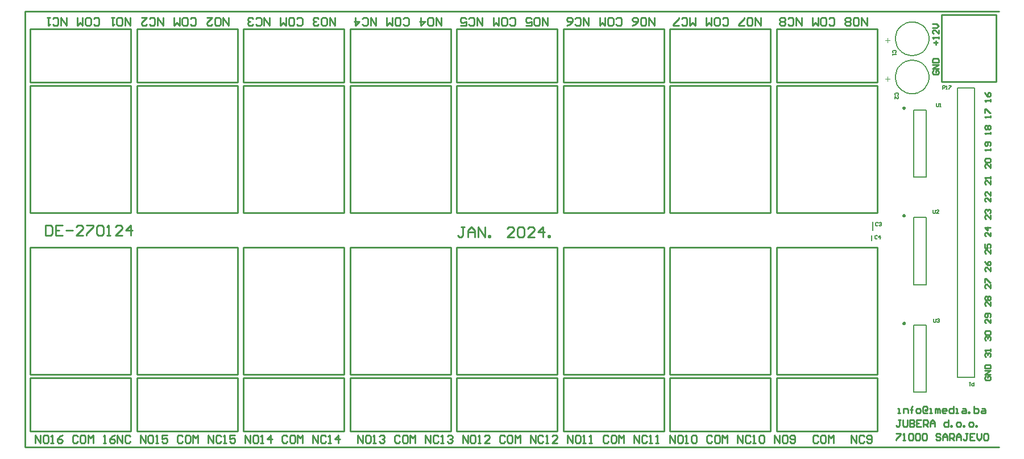
<source format=gto>
%FSDAX24Y24*%
%MOIN*%
%SFA1B1*%

%IPPOS*%
%ADD14C,0.010000*%
%ADD27C,0.007900*%
%ADD28C,0.009800*%
%ADD29C,0.005000*%
%ADD30C,0.003900*%
%LNde-270124-1*%
%LPD*%
G54D14*
X035297Y014210D02*
Y021690D01*
Y014210D02*
X041203D01*
X035297Y021690D02*
X041203D01*
Y014210D02*
Y021690D01*
X053703Y023710D02*
Y031190D01*
X047797D02*
X053703D01*
X047797Y023710D02*
X053703D01*
X047797D02*
Y031190D01*
X016203Y023710D02*
Y031190D01*
X010297D02*
X016203D01*
X010297Y023710D02*
X016203D01*
X010297D02*
Y031190D01*
X035297Y010875D02*
Y014025D01*
X041203Y010875D02*
Y014025D01*
X035297Y010875D02*
X041203D01*
X035297Y014025D02*
X041203D01*
X053703Y031375D02*
Y034525D01*
X047797Y031375D02*
Y034525D01*
X053703*
X047797Y031375D02*
X053703D01*
X016203D02*
Y034525D01*
X010297Y031375D02*
Y034525D01*
X016203*
X010297Y031375D02*
X016203D01*
X029047Y014210D02*
Y021690D01*
Y014210D02*
X034953D01*
X029047Y021690D02*
X034953D01*
Y014210D02*
Y021690D01*
X059953Y023710D02*
Y031190D01*
X054047D02*
X059953D01*
X054047Y023710D02*
X059953D01*
X054047D02*
Y031190D01*
X022453Y023710D02*
Y031190D01*
X016547D02*
X022453D01*
X016547Y023710D02*
X022453D01*
X016547D02*
Y031190D01*
X029047Y010875D02*
Y014025D01*
X034953Y010875D02*
Y014025D01*
X029047Y010875D02*
X034953D01*
X029047Y014025D02*
X034953D01*
X059953Y031375D02*
Y034525D01*
X054047Y031375D02*
Y034525D01*
X059953*
X054047Y031375D02*
X059953D01*
X022453D02*
Y034525D01*
X016547Y031375D02*
Y034525D01*
X022453*
X016547Y031375D02*
X022453D01*
X022797Y014210D02*
Y021690D01*
Y014210D02*
X028703D01*
X022797Y021690D02*
X028703D01*
Y014210D02*
Y021690D01*
X054047Y014210D02*
Y021690D01*
Y014210D02*
X059953D01*
X054047Y021690D02*
X059953D01*
Y014210D02*
Y021690D01*
X028703Y023710D02*
Y031190D01*
X022797D02*
X028703D01*
X022797Y023710D02*
X028703D01*
X022797D02*
Y031190D01*
Y010875D02*
Y014025D01*
X028703Y010875D02*
Y014025D01*
X022797Y010875D02*
X028703D01*
X022797Y014025D02*
X028703D01*
X054047Y010875D02*
Y014025D01*
X059953Y010875D02*
Y014025D01*
X054047Y010875D02*
X059953D01*
X054047Y014025D02*
X059953D01*
X028703Y031375D02*
Y034525D01*
X022797Y031375D02*
Y034525D01*
X028703*
X022797Y031375D02*
X028703D01*
X016547Y014210D02*
Y021690D01*
Y014210D02*
X022453D01*
X016547Y021690D02*
X022453D01*
Y014210D02*
Y021690D01*
X047797Y014210D02*
Y021690D01*
Y014210D02*
X053703D01*
X047797Y021690D02*
X053703D01*
Y014210D02*
Y021690D01*
X034953Y023710D02*
Y031190D01*
X029047D02*
X034953D01*
X029047Y023710D02*
X034953D01*
X029047D02*
Y031190D01*
X016547Y010875D02*
Y014025D01*
X022453Y010875D02*
Y014025D01*
X016547Y010875D02*
X022453D01*
X016547Y014025D02*
X022453D01*
X047797Y010875D02*
Y014025D01*
X053703Y010875D02*
Y014025D01*
X047797Y010875D02*
X053703D01*
X047797Y014025D02*
X053703D01*
X034953Y031375D02*
Y034525D01*
X029047Y031375D02*
Y034525D01*
X034953*
X029047Y031375D02*
X034953D01*
X010297Y014210D02*
Y021690D01*
Y014210D02*
X016203D01*
X010297Y021690D02*
X016203D01*
Y014210D02*
Y021690D01*
X041547Y014210D02*
Y021690D01*
Y014210D02*
X047453D01*
X041547Y021690D02*
X047453D01*
Y014210D02*
Y021690D01*
X041203Y023710D02*
Y031190D01*
X035297D02*
X041203D01*
X035297Y023710D02*
X041203D01*
X035297D02*
Y031190D01*
X010297Y010875D02*
Y014025D01*
X016203Y010875D02*
Y014025D01*
X010297Y010875D02*
X016203D01*
X010297Y014025D02*
X016203D01*
X041547Y010875D02*
Y014025D01*
X047453Y010875D02*
Y014025D01*
X041547Y010875D02*
X047453D01*
X041547Y014025D02*
X047453D01*
X041203Y031375D02*
Y034525D01*
X035297Y031375D02*
Y034525D01*
X041203*
X035297Y031375D02*
X041203D01*
X066925Y031432D02*
Y035368D01*
X063725D02*
X066925D01*
X063725Y031432D02*
X066925D01*
X063725D02*
Y035368D01*
X047453Y023710D02*
Y031190D01*
X041547D02*
X047453D01*
X041547Y023710D02*
X047453D01*
X041547D02*
Y031190D01*
X047453Y031375D02*
Y034525D01*
X041547Y031375D02*
Y034525D01*
X047453*
X041547Y031375D02*
X047453D01*
X010000Y035541D02*
X067087D01*
X010000Y009950D02*
Y035541D01*
Y009950D02*
X067087D01*
X010600Y010200D02*
Y010650D01*
X010900Y010200*
Y010650*
X011275D02*
X011125D01*
X011050Y010575*
Y010275*
X011125Y010200*
X011275*
X011350Y010275*
Y010575*
X011275Y010650*
X011500Y010200D02*
X011650D01*
X011575*
Y010650*
X011500Y010575*
X012174Y010650D02*
X012025Y010575D01*
X011875Y010425*
Y010275*
X011950Y010200*
X012100*
X012174Y010275*
Y010350*
X012100Y010425*
X011875*
X013074Y010575D02*
X012999Y010650D01*
X012849*
X012774Y010575*
Y010275*
X012849Y010200*
X012999*
X013074Y010275*
X013449Y010650D02*
X013299D01*
X013224Y010575*
Y010275*
X013299Y010200*
X013449*
X013524Y010275*
Y010575*
X013449Y010650*
X013674Y010200D02*
Y010650D01*
X013824Y010500*
X013974Y010650*
Y010200*
X014574D02*
X014724D01*
X014649*
Y010650*
X014574Y010575*
X015249Y010650D02*
X015099Y010575D01*
X014949Y010425*
Y010275*
X015024Y010200*
X015174*
X015249Y010275*
Y010350*
X015174Y010425*
X014949*
X015398Y010200D02*
Y010650D01*
X015698Y010200*
Y010650*
X016148Y010575D02*
X016073Y010650D01*
X015923*
X015848Y010575*
Y010275*
X015923Y010200*
X016073*
X016148Y010275*
X016748Y010200D02*
Y010650D01*
X017048Y010200*
Y010650*
X017423D02*
X017273D01*
X017198Y010575*
Y010275*
X017273Y010200*
X017423*
X017498Y010275*
Y010575*
X017423Y010650*
X017648Y010200D02*
X017798D01*
X017723*
Y010650*
X017648Y010575*
X018323Y010650D02*
X018023D01*
Y010425*
X018173Y010500*
X018248*
X018323Y010425*
Y010275*
X018248Y010200*
X018098*
X018023Y010275*
X019222Y010575D02*
X019147Y010650D01*
X018997*
X018922Y010575*
Y010275*
X018997Y010200*
X019147*
X019222Y010275*
X019597Y010650D02*
X019447D01*
X019372Y010575*
Y010275*
X019447Y010200*
X019597*
X019672Y010275*
Y010575*
X019597Y010650*
X019822Y010200D02*
Y010650D01*
X019972Y010500*
X020122Y010650*
Y010200*
X020722D02*
Y010650D01*
X021022Y010200*
Y010650*
X021471Y010575D02*
X021397Y010650D01*
X021247*
X021172Y010575*
Y010275*
X021247Y010200*
X021397*
X021471Y010275*
X021621Y010200D02*
X021771D01*
X021696*
Y010650*
X021621Y010575*
X022296Y010650D02*
X021996D01*
Y010425*
X022146Y010500*
X022221*
X022296Y010425*
Y010275*
X022221Y010200*
X022071*
X021996Y010275*
X022896Y010200D02*
Y010650D01*
X023196Y010200*
Y010650*
X023571D02*
X023421D01*
X023346Y010575*
Y010275*
X023421Y010200*
X023571*
X023646Y010275*
Y010575*
X023571Y010650*
X023796Y010200D02*
X023946D01*
X023871*
Y010650*
X023796Y010575*
X024396Y010200D02*
Y010650D01*
X024171Y010425*
X024471*
X025370Y010575D02*
X025295Y010650D01*
X025145*
X025070Y010575*
Y010275*
X025145Y010200*
X025295*
X025370Y010275*
X025745Y010650D02*
X025595D01*
X025520Y010575*
Y010275*
X025595Y010200*
X025745*
X025820Y010275*
Y010575*
X025745Y010650*
X025970Y010200D02*
Y010650D01*
X026120Y010500*
X026270Y010650*
Y010200*
X026870D02*
Y010650D01*
X027170Y010200*
Y010650*
X027620Y010575D02*
X027545Y010650D01*
X027395*
X027320Y010575*
Y010275*
X027395Y010200*
X027545*
X027620Y010275*
X027769Y010200D02*
X027919D01*
X027844*
Y010650*
X027769Y010575*
X028369Y010200D02*
Y010650D01*
X028144Y010425*
X028444*
X029494Y010200D02*
Y010650D01*
X029794Y010200*
Y010650*
X030169D02*
X030019D01*
X029944Y010575*
Y010275*
X030019Y010200*
X030169*
X030244Y010275*
Y010575*
X030169Y010650*
X030394Y010200D02*
X030544D01*
X030469*
Y010650*
X030394Y010575*
X030768D02*
X030843Y010650D01*
X030993*
X031068Y010575*
Y010500*
X030993Y010425*
X030918*
X030993*
X031068Y010350*
Y010275*
X030993Y010200*
X030843*
X030768Y010275*
X031968Y010575D02*
X031893Y010650D01*
X031743*
X031668Y010575*
Y010275*
X031743Y010200*
X031893*
X031968Y010275*
X032343Y010650D02*
X032193D01*
X032118Y010575*
Y010275*
X032193Y010200*
X032343*
X032418Y010275*
Y010575*
X032343Y010650*
X032568Y010200D02*
Y010650D01*
X032718Y010500*
X032868Y010650*
Y010200*
X033468D02*
Y010650D01*
X033768Y010200*
Y010650*
X034217Y010575D02*
X034142Y010650D01*
X033992*
X033917Y010575*
Y010275*
X033992Y010200*
X034142*
X034217Y010275*
X034367Y010200D02*
X034517D01*
X034442*
Y010650*
X034367Y010575*
X034742D02*
X034817Y010650D01*
X034967*
X035042Y010575*
Y010500*
X034967Y010425*
X034892*
X034967*
X035042Y010350*
Y010275*
X034967Y010200*
X034817*
X034742Y010275*
X035642Y010200D02*
Y010650D01*
X035942Y010200*
Y010650*
X036317D02*
X036167D01*
X036092Y010575*
Y010275*
X036167Y010200*
X036317*
X036392Y010275*
Y010575*
X036317Y010650*
X036542Y010200D02*
X036692D01*
X036617*
Y010650*
X036542Y010575*
X037216Y010200D02*
X036917D01*
X037216Y010500*
Y010575*
X037141Y010650*
X036991*
X036917Y010575*
X038116D02*
X038041Y010650D01*
X037891*
X037816Y010575*
Y010275*
X037891Y010200*
X038041*
X038116Y010275*
X038491Y010650D02*
X038341D01*
X038266Y010575*
Y010275*
X038341Y010200*
X038491*
X038566Y010275*
Y010575*
X038491Y010650*
X038716Y010200D02*
Y010650D01*
X038866Y010500*
X039016Y010650*
Y010200*
X039616D02*
Y010650D01*
X039916Y010200*
Y010650*
X040365Y010575D02*
X040290Y010650D01*
X040140*
X040065Y010575*
Y010275*
X040140Y010200*
X040290*
X040365Y010275*
X040515Y010200D02*
X040665D01*
X040590*
Y010650*
X040515Y010575*
X041190Y010200D02*
X040890D01*
X041190Y010500*
Y010575*
X041115Y010650*
X040965*
X040890Y010575*
X041790Y010200D02*
Y010650D01*
X042090Y010200*
Y010650*
X042465D02*
X042315D01*
X042240Y010575*
Y010275*
X042315Y010200*
X042465*
X042540Y010275*
Y010575*
X042465Y010650*
X042690Y010200D02*
X042840D01*
X042765*
Y010650*
X042690Y010575*
X043065Y010200D02*
X043214D01*
X043140*
Y010650*
X043065Y010575*
X044189D02*
X044114Y010650D01*
X043964*
X043889Y010575*
Y010275*
X043964Y010200*
X044114*
X044189Y010275*
X044564Y010650D02*
X044414D01*
X044339Y010575*
Y010275*
X044414Y010200*
X044564*
X044639Y010275*
Y010575*
X044564Y010650*
X044789Y010200D02*
Y010650D01*
X044939Y010500*
X045089Y010650*
Y010200*
X045689D02*
Y010650D01*
X045989Y010200*
Y010650*
X046438Y010575D02*
X046363Y010650D01*
X046214*
X046139Y010575*
Y010275*
X046214Y010200*
X046363*
X046438Y010275*
X046588Y010200D02*
X046738D01*
X046663*
Y010650*
X046588Y010575*
X046963Y010200D02*
X047113D01*
X047038*
Y010650*
X046963Y010575*
X047788Y010200D02*
Y010650D01*
X048088Y010200*
Y010650*
X048463D02*
X048313D01*
X048238Y010575*
Y010275*
X048313Y010200*
X048463*
X048538Y010275*
Y010575*
X048463Y010650*
X048688Y010200D02*
X048838D01*
X048763*
Y010650*
X048688Y010575*
X049063D02*
X049138Y010650D01*
X049288*
X049363Y010575*
Y010275*
X049288Y010200*
X049138*
X049063Y010275*
Y010575*
X050262D02*
X050187Y010650D01*
X050037*
X049962Y010575*
Y010275*
X050037Y010200*
X050187*
X050262Y010275*
X050637Y010650D02*
X050487D01*
X050412Y010575*
Y010275*
X050487Y010200*
X050637*
X050712Y010275*
Y010575*
X050637Y010650*
X050862Y010200D02*
Y010650D01*
X051012Y010500*
X051162Y010650*
Y010200*
X051762D02*
Y010650D01*
X052062Y010200*
Y010650*
X052511Y010575D02*
X052437Y010650D01*
X052287*
X052212Y010575*
Y010275*
X052287Y010200*
X052437*
X052511Y010275*
X052661Y010200D02*
X052811D01*
X052736*
Y010650*
X052661Y010575*
X053036D02*
X053111Y010650D01*
X053261*
X053336Y010575*
Y010275*
X053261Y010200*
X053111*
X053036Y010275*
Y010575*
X053936Y010200D02*
Y010650D01*
X054236Y010200*
Y010650*
X054611D02*
X054461D01*
X054386Y010575*
Y010275*
X054461Y010200*
X054611*
X054686Y010275*
Y010575*
X054611Y010650*
X054836Y010275D02*
X054911Y010200D01*
X055061*
X055136Y010275*
Y010575*
X055061Y010650*
X054911*
X054836Y010575*
Y010500*
X054911Y010425*
X055136*
X056485Y010575D02*
X056410Y010650D01*
X056260*
X056185Y010575*
Y010275*
X056260Y010200*
X056410*
X056485Y010275*
X056860Y010650D02*
X056710D01*
X056635Y010575*
Y010275*
X056710Y010200*
X056860*
X056935Y010275*
Y010575*
X056860Y010650*
X057085Y010200D02*
Y010650D01*
X057235Y010500*
X057385Y010650*
Y010200*
X058435D02*
Y010650D01*
X058734Y010200*
Y010650*
X059184Y010575D02*
X059109Y010650D01*
X058959*
X058884Y010575*
Y010275*
X058959Y010200*
X059109*
X059184Y010275*
X059334D02*
X059409Y010200D01*
X059559*
X059634Y010275*
Y010575*
X059559Y010650*
X059409*
X059334Y010575*
Y010500*
X059409Y010425*
X059634*
X059350Y035200D02*
Y034720D01*
X059030Y035200*
Y034720*
X058630D02*
X058790D01*
X058870Y034800*
Y035120*
X058790Y035200*
X058630*
X058550Y035120*
Y034800*
X058630Y034720*
X058390Y034800D02*
X058310Y034720D01*
X058150*
X058070Y034800*
Y034880*
X058150Y034960*
X058070Y035040*
Y035120*
X058150Y035200*
X058310*
X058390Y035120*
Y035040*
X058310Y034960*
X058390Y034880*
Y034800*
X058310Y034960D02*
X058150D01*
X057111Y034800D02*
X057191Y034720D01*
X057351*
X057431Y034800*
Y035120*
X057351Y035200*
X057191*
X057111Y035120*
X056711Y034720D02*
X056871D01*
X056951Y034800*
Y035120*
X056871Y035200*
X056711*
X056631Y035120*
Y034800*
X056711Y034720*
X056471Y035200D02*
Y034720D01*
X056311Y034880*
X056151Y034720*
Y035200*
X055511D02*
Y034720D01*
X055191Y035200*
Y034720*
X054711Y034800D02*
X054791Y034720D01*
X054951*
X055031Y034800*
Y035120*
X054951Y035200*
X054791*
X054711Y035120*
X054552Y034800D02*
X054472Y034720D01*
X054312*
X054232Y034800*
Y034880*
X054312Y034960*
X054232Y035040*
Y035120*
X054312Y035200*
X054472*
X054552Y035120*
Y035040*
X054472Y034960*
X054552Y034880*
Y034800*
X054472Y034960D02*
X054312D01*
X053112Y035200D02*
Y034720D01*
X052792Y035200*
Y034720*
X052392D02*
X052552D01*
X052632Y034800*
Y035120*
X052552Y035200*
X052392*
X052312Y035120*
Y034800*
X052392Y034720*
X052152D02*
X051832D01*
Y034800*
X052152Y035120*
Y035200*
X050873Y034800D02*
X050953Y034720D01*
X051113*
X051193Y034800*
Y035120*
X051113Y035200*
X050953*
X050873Y035120*
X050473Y034720D02*
X050633D01*
X050713Y034800*
Y035120*
X050633Y035200*
X050473*
X050393Y035120*
Y034800*
X050473Y034720*
X050233Y035200D02*
Y034720D01*
X050073Y034880*
X049913Y034720*
Y035200*
X049273D02*
Y034720D01*
X049113Y034880*
X048953Y034720*
Y035200*
X048474Y034800D02*
X048553Y034720D01*
X048713*
X048793Y034800*
Y035120*
X048713Y035200*
X048553*
X048474Y035120*
X048314Y034720D02*
X047994D01*
Y034800*
X048314Y035120*
Y035200*
X046874D02*
Y034720D01*
X046554Y035200*
Y034720*
X046154D02*
X046314D01*
X046394Y034800*
Y035120*
X046314Y035200*
X046154*
X046074Y035120*
Y034800*
X046154Y034720*
X045594D02*
X045754Y034800D01*
X045914Y034960*
Y035120*
X045834Y035200*
X045674*
X045594Y035120*
Y035040*
X045674Y034960*
X045914*
X044635Y034800D02*
X044715Y034720D01*
X044875*
X044955Y034800*
Y035120*
X044875Y035200*
X044715*
X044635Y035120*
X044235Y034720D02*
X044395D01*
X044475Y034800*
Y035120*
X044395Y035200*
X044235*
X044155Y035120*
Y034800*
X044235Y034720*
X043995Y035200D02*
Y034720D01*
X043835Y034880*
X043675Y034720*
Y035200*
X043035D02*
Y034720D01*
X042715Y035200*
Y034720*
X042236Y034800D02*
X042316Y034720D01*
X042475*
X042555Y034800*
Y035120*
X042475Y035200*
X042316*
X042236Y035120*
X041756Y034720D02*
X041916Y034800D01*
X042076Y034960*
Y035120*
X041996Y035200*
X041836*
X041756Y035120*
Y035040*
X041836Y034960*
X042076*
X040636Y035200D02*
Y034720D01*
X040316Y035200*
Y034720*
X039916D02*
X040076D01*
X040156Y034800*
Y035120*
X040076Y035200*
X039916*
X039836Y035120*
Y034800*
X039916Y034720*
X039356D02*
X039676D01*
Y034960*
X039516Y034880*
X039436*
X039356Y034960*
Y035120*
X039436Y035200*
X039596*
X039676Y035120*
X038397Y034800D02*
X038477Y034720D01*
X038637*
X038717Y034800*
Y035120*
X038637Y035200*
X038477*
X038397Y035120*
X037997Y034720D02*
X038157D01*
X038237Y034800*
Y035120*
X038157Y035200*
X037997*
X037917Y035120*
Y034800*
X037997Y034720*
X037757Y035200D02*
Y034720D01*
X037597Y034880*
X037437Y034720*
Y035200*
X036797D02*
Y034720D01*
X036477Y035200*
Y034720*
X035998Y034800D02*
X036078Y034720D01*
X036237*
X036317Y034800*
Y035120*
X036237Y035200*
X036078*
X035998Y035120*
X035518Y034720D02*
X035838D01*
Y034960*
X035678Y034880*
X035598*
X035518Y034960*
Y035120*
X035598Y035200*
X035758*
X035838Y035120*
X034398Y035200D02*
Y034720D01*
X034078Y035200*
Y034720*
X033678D02*
X033838D01*
X033918Y034800*
Y035120*
X033838Y035200*
X033678*
X033598Y035120*
Y034800*
X033678Y034720*
X033198Y035200D02*
Y034720D01*
X033438Y034960*
X033118*
X032159Y034800D02*
X032239Y034720D01*
X032399*
X032479Y034800*
Y035120*
X032399Y035200*
X032239*
X032159Y035120*
X031759Y034720D02*
X031919D01*
X031999Y034800*
Y035120*
X031919Y035200*
X031759*
X031679Y035120*
Y034800*
X031759Y034720*
X031519Y035200D02*
Y034720D01*
X031359Y034880*
X031199Y034720*
Y035200*
X030559D02*
Y034720D01*
X030239Y035200*
Y034720*
X029760Y034800D02*
X029840Y034720D01*
X029999*
X030079Y034800*
Y035120*
X029999Y035200*
X029840*
X029760Y035120*
X029360Y035200D02*
Y034720D01*
X029600Y034960*
X029280*
X028160Y035200D02*
Y034720D01*
X027840Y035200*
Y034720*
X027440D02*
X027600D01*
X027680Y034800*
Y035120*
X027600Y035200*
X027440*
X027360Y035120*
Y034800*
X027440Y034720*
X027200Y034800D02*
X027120Y034720D01*
X026960*
X026880Y034800*
Y034880*
X026960Y034960*
X027040*
X026960*
X026880Y035040*
Y035120*
X026960Y035200*
X027120*
X027200Y035120*
X025921Y034800D02*
X026001Y034720D01*
X026161*
X026241Y034800*
Y035120*
X026161Y035200*
X026001*
X025921Y035120*
X025521Y034720D02*
X025681D01*
X025761Y034800*
Y035120*
X025681Y035200*
X025521*
X025441Y035120*
Y034800*
X025521Y034720*
X025281Y035200D02*
Y034720D01*
X025121Y034880*
X024961Y034720*
Y035200*
X024321D02*
Y034720D01*
X024001Y035200*
Y034720*
X023522Y034800D02*
X023602Y034720D01*
X023761*
X023841Y034800*
Y035120*
X023761Y035200*
X023602*
X023522Y035120*
X023362Y034800D02*
X023282Y034720D01*
X023122*
X023042Y034800*
Y034880*
X023122Y034960*
X023202*
X023122*
X023042Y035040*
Y035120*
X023122Y035200*
X023282*
X023362Y035120*
X021922Y035200D02*
Y034720D01*
X021602Y035200*
Y034720*
X021202D02*
X021362D01*
X021442Y034800*
Y035120*
X021362Y035200*
X021202*
X021122Y035120*
Y034800*
X021202Y034720*
X020642Y035200D02*
X020962D01*
X020642Y034880*
Y034800*
X020722Y034720*
X020882*
X020962Y034800*
X019683D02*
X019763Y034720D01*
X019923*
X020003Y034800*
Y035120*
X019923Y035200*
X019763*
X019683Y035120*
X019283Y034720D02*
X019443D01*
X019523Y034800*
Y035120*
X019443Y035200*
X019283*
X019203Y035120*
Y034800*
X019283Y034720*
X019043Y035200D02*
Y034720D01*
X018883Y034880*
X018723Y034720*
Y035200*
X018083D02*
Y034720D01*
X017763Y035200*
Y034720*
X017284Y034800D02*
X017364Y034720D01*
X017524*
X017603Y034800*
Y035120*
X017524Y035200*
X017364*
X017284Y035120*
X016804Y035200D02*
X017124D01*
X016804Y034880*
Y034800*
X016884Y034720*
X017044*
X017124Y034800*
X016164Y035200D02*
Y034720D01*
X015844Y035200*
Y034720*
X015444D02*
X015604D01*
X015684Y034800*
Y035120*
X015604Y035200*
X015444*
X015364Y035120*
Y034800*
X015444Y034720*
X015204Y035200D02*
X015044D01*
X015124*
Y034720*
X015204Y034800*
X014005D02*
X014085Y034720D01*
X014245*
X014325Y034800*
Y035120*
X014245Y035200*
X014085*
X014005Y035120*
X013605Y034720D02*
X013765D01*
X013845Y034800*
Y035120*
X013765Y035200*
X013605*
X013525Y035120*
Y034800*
X013605Y034720*
X013365Y035200D02*
Y034720D01*
X013205Y034880*
X013045Y034720*
Y035200*
X012405D02*
Y034720D01*
X012085Y035200*
Y034720*
X011605Y034800D02*
X011685Y034720D01*
X011845*
X011925Y034800*
Y035120*
X011845Y035200*
X011685*
X011605Y035120*
X011445Y035200D02*
X011286D01*
X011365*
Y034720*
X011445Y034800*
X066317Y014127D02*
X066260Y014070D01*
Y013957*
X066317Y013900*
X066543*
X066600Y013957*
Y014070*
X066543Y014127*
X066430*
Y014013*
X066600Y014240D02*
X066260D01*
X066600Y014466*
X066260*
Y014580D02*
X066600D01*
Y014750*
X066543Y014806*
X066317*
X066260Y014750*
Y014580*
X066317Y015260D02*
X066260Y015316D01*
Y015430*
X066317Y015486*
X066373*
X066430Y015430*
Y015373*
Y015430*
X066487Y015486*
X066543*
X066600Y015430*
Y015316*
X066543Y015260*
X066600Y015599D02*
Y015713D01*
Y015656*
X066260*
X066317Y015599*
Y016223D02*
X066260Y016279D01*
Y016393*
X066317Y016449*
X066373*
X066430Y016393*
Y016336*
Y016393*
X066487Y016449*
X066543*
X066600Y016393*
Y016279*
X066543Y016223*
X066317Y016562D02*
X066260Y016619D01*
Y016732*
X066317Y016789*
X066543*
X066600Y016732*
Y016619*
X066543Y016562*
X066317*
X066600Y017469D02*
Y017242D01*
X066373Y017469*
X066317*
X066260Y017412*
Y017299*
X066317Y017242*
X066543Y017582D02*
X066600Y017639D01*
Y017752*
X066543Y017809*
X066317*
X066260Y017752*
Y017639*
X066317Y017582*
X066373*
X066430Y017639*
Y017809*
X066600Y018489D02*
Y018262D01*
X066373Y018489*
X066317*
X066260Y018432*
Y018319*
X066317Y018262*
Y018602D02*
X066260Y018658D01*
Y018772*
X066317Y018828*
X066373*
X066430Y018772*
X066487Y018828*
X066543*
X066600Y018772*
Y018658*
X066543Y018602*
X066487*
X066430Y018658*
X066373Y018602*
X066317*
X066430Y018658D02*
Y018772D01*
X066600Y019508D02*
Y019282D01*
X066373Y019508*
X066317*
X066260Y019452*
Y019338*
X066317Y019282*
X066260Y019621D02*
Y019848D01*
X066317*
X066543Y019621*
X066600*
Y020528D02*
Y020301D01*
X066373Y020528*
X066317*
X066260Y020471*
Y020358*
X066317Y020301*
X066260Y020868D02*
X066317Y020754D01*
X066430Y020641*
X066543*
X066600Y020698*
Y020811*
X066543Y020868*
X066487*
X066430Y020811*
Y020641*
X066600Y021548D02*
Y021321D01*
X066373Y021548*
X066317*
X066260Y021491*
Y021378*
X066317Y021321*
X066260Y021887D02*
Y021661D01*
X066430*
X066373Y021774*
Y021831*
X066430Y021887*
X066543*
X066600Y021831*
Y021717*
X066543Y021661*
X066600Y022567D02*
Y022341D01*
X066373Y022567*
X066317*
X066260Y022511*
Y022397*
X066317Y022341*
X066600Y022850D02*
X066260D01*
X066430Y022680*
Y022907*
X066600Y023587D02*
Y023360D01*
X066373Y023587*
X066317*
X066260Y023530*
Y023417*
X066317Y023360*
Y023700D02*
X066260Y023757D01*
Y023870*
X066317Y023927*
X066373*
X066430Y023870*
Y023813*
Y023870*
X066487Y023927*
X066543*
X066600Y023870*
Y023757*
X066543Y023700*
X066600Y024607D02*
Y024380D01*
X066373Y024607*
X066317*
X066260Y024550*
Y024437*
X066317Y024380*
X066600Y024946D02*
Y024720D01*
X066373Y024946*
X066317*
X066260Y024890*
Y024776*
X066317Y024720*
X066600Y025626D02*
Y025400D01*
X066373Y025626*
X066317*
X066260Y025570*
Y025456*
X066317Y025400*
X066600Y025740D02*
Y025853D01*
Y025796*
X066260*
X066317Y025740*
X066600Y026589D02*
Y026363D01*
X066373Y026589*
X066317*
X066260Y026533*
Y026419*
X066317Y026363*
Y026703D02*
X066260Y026759D01*
Y026872*
X066317Y026929*
X066543*
X066600Y026872*
Y026759*
X066543Y026703*
X066317*
X066600Y027382D02*
Y027496D01*
Y027439*
X066260*
X066317Y027382*
X066543Y027666D02*
X066600Y027722D01*
Y027835*
X066543Y027892*
X066317*
X066260Y027835*
Y027722*
X066317Y027666*
X066373*
X066430Y027722*
Y027892*
X066600Y028345D02*
Y028459D01*
Y028402*
X066260*
X066317Y028345*
Y028629D02*
X066260Y028685D01*
Y028799*
X066317Y028855*
X066373*
X066430Y028799*
X066487Y028855*
X066543*
X066600Y028799*
Y028685*
X066543Y028629*
X066487*
X066430Y028685*
X066373Y028629*
X066317*
X066430Y028685D02*
Y028799D01*
X066600Y029308D02*
Y029422D01*
Y029365*
X066260*
X066317Y029308*
X066260Y029592D02*
Y029818D01*
X066317*
X066543Y029592*
X066600*
Y030271D02*
Y030385D01*
Y030328*
X066260*
X066317Y030271*
X066260Y030781D02*
X066317Y030668D01*
X066430Y030555*
X066543*
X066600Y030611*
Y030725*
X066543Y030781*
X066487*
X066430Y030725*
Y030555*
X063258Y032083D02*
X063200Y032025D01*
Y031908*
X063258Y031850*
X063492*
X063550Y031908*
Y032025*
X063492Y032083*
X063375*
Y031967*
X063550Y032200D02*
X063200D01*
X063550Y032433*
X063200*
Y032550D02*
X063550D01*
Y032725*
X063492Y032783*
X063258*
X063200Y032725*
Y032550*
X063375Y033599D02*
Y033833D01*
X063258Y033716D02*
X063492D01*
X063550Y033949D02*
Y034066D01*
Y034008*
X063200*
X063258Y033949*
X063550Y034474D02*
Y034241D01*
X063317Y034474*
X063258*
X063200Y034416*
Y034299*
X063258Y034241*
X063200Y034591D02*
X063433D01*
X063550Y034707*
X063433Y034824*
X063200*
X061317Y011550D02*
X061183D01*
X061250*
Y011217*
X061183Y011150*
X061117*
X061050Y011217*
X061450Y011550D02*
Y011217D01*
X061517Y011150*
X061650*
X061716Y011217*
Y011550*
X061850D02*
Y011150D01*
X062050*
X062116Y011217*
Y011283*
X062050Y011350*
X061850*
X062050*
X062116Y011417*
Y011483*
X062050Y011550*
X061850*
X062516D02*
X062250D01*
Y011150*
X062516*
X062250Y011350D02*
X062383D01*
X062649Y011150D02*
Y011550D01*
X062849*
X062916Y011483*
Y011350*
X062849Y011283*
X062649*
X062783D02*
X062916Y011150D01*
X063049D02*
Y011417D01*
X063183Y011550*
X063316Y011417*
Y011150*
Y011350*
X063049*
X064116Y011550D02*
Y011150D01*
X063916*
X063849Y011217*
Y011350*
X063916Y011417*
X064116*
X064249Y011150D02*
Y011217D01*
X064316*
Y011150*
X064249*
X064649D02*
X064782D01*
X064849Y011217*
Y011350*
X064782Y011417*
X064649*
X064582Y011350*
Y011217*
X064649Y011150*
X064982D02*
Y011217D01*
X065049*
Y011150*
X064982*
X065382D02*
X065515D01*
X065582Y011217*
Y011350*
X065515Y011417*
X065382*
X065315Y011350*
Y011217*
X065382Y011150*
X065715D02*
Y011217D01*
X065782*
Y011150*
X065715*
X061050Y010750D02*
X061317D01*
Y010683*
X061050Y010417*
Y010350*
X061450D02*
X061583D01*
X061517*
Y010750*
X061450Y010683*
X061783D02*
X061850Y010750D01*
X061983*
X062050Y010683*
Y010417*
X061983Y010350*
X061850*
X061783Y010417*
Y010683*
X062183D02*
X062250Y010750D01*
X062383*
X062450Y010683*
Y010417*
X062383Y010350*
X062250*
X062183Y010417*
Y010683*
X062583D02*
X062649Y010750D01*
X062783*
X062849Y010683*
Y010417*
X062783Y010350*
X062649*
X062583Y010417*
Y010683*
X063649D02*
X063583Y010750D01*
X063449*
X063383Y010683*
Y010617*
X063449Y010550*
X063583*
X063649Y010483*
Y010417*
X063583Y010350*
X063449*
X063383Y010417*
X063782Y010350D02*
Y010617D01*
X063916Y010750*
X064049Y010617*
Y010350*
Y010550*
X063782*
X064182Y010350D02*
Y010750D01*
X064382*
X064449Y010683*
Y010550*
X064382Y010483*
X064182*
X064316D02*
X064449Y010350D01*
X064582D02*
Y010617D01*
X064715Y010750*
X064849Y010617*
Y010350*
Y010550*
X064582*
X065249Y010750D02*
X065115D01*
X065182*
Y010417*
X065115Y010350*
X065049*
X064982Y010417*
X065649Y010750D02*
X065382D01*
Y010350*
X065649*
X065382Y010550D02*
X065515D01*
X065782Y010750D02*
Y010483D01*
X065915Y010350*
X066048Y010483*
Y010750*
X066382D02*
X066248D01*
X066182Y010683*
Y010417*
X066248Y010350*
X066382*
X066448Y010417*
Y010683*
X066382Y010750*
X061150Y011950D02*
X061283D01*
X061217*
Y012217*
X061150*
X061483Y011950D02*
Y012217D01*
X061683*
X061750Y012150*
Y011950*
X061950D02*
Y012283D01*
Y012150*
X061883*
X062016*
X061950*
Y012283*
X062016Y012350*
X062283Y011950D02*
X062416D01*
X062483Y012017*
Y012150*
X062416Y012217*
X062283*
X062216Y012150*
Y012017*
X062283Y011950*
X062816Y012083D02*
Y012150D01*
X062749*
Y012083*
X062816*
X062883Y012150*
Y012283*
X062816Y012350*
X062683*
X062616Y012283*
Y012017*
X062683Y011950*
X062883*
X063016D02*
X063149D01*
X063083*
Y012217*
X063016*
X063349Y011950D02*
Y012217D01*
X063416*
X063482Y012150*
Y011950*
Y012150*
X063549Y012217*
X063616Y012150*
Y011950*
X063949D02*
X063816D01*
X063749Y012017*
Y012150*
X063816Y012217*
X063949*
X064016Y012150*
Y012083*
X063749*
X064415Y012350D02*
Y011950D01*
X064216*
X064149Y012017*
Y012150*
X064216Y012217*
X064415*
X064549Y011950D02*
X064682D01*
X064615*
Y012217*
X064549*
X064949D02*
X065082D01*
X065149Y012150*
Y011950*
X064949*
X064882Y012017*
X064949Y012083*
X065149*
X065282Y011950D02*
Y012017D01*
X065349*
Y011950*
X065282*
X065615Y012350D02*
Y011950D01*
X065815*
X065882Y012017*
Y012083*
Y012150*
X065815Y012217*
X065615*
X066082D02*
X066215D01*
X066282Y012150*
Y011950*
X066082*
X066015Y012017*
X066082Y012083*
X066282*
X035750Y022900D02*
X035550D01*
X035650*
Y022400*
X035550Y022300*
X035450*
X035350Y022400*
X035950Y022300D02*
Y022700D01*
X036150Y022900*
X036350Y022700*
Y022300*
Y022600*
X035950*
X036550Y022300D02*
Y022900D01*
X036949Y022300*
Y022900*
X037149Y022300D02*
Y022400D01*
X037249*
Y022300*
X037149*
X038649D02*
X038249D01*
X038649Y022700*
Y022800*
X038549Y022900*
X038349*
X038249Y022800*
X038849D02*
X038949Y022900D01*
X039149*
X039249Y022800*
Y022400*
X039149Y022300*
X038949*
X038849Y022400*
Y022800*
X039849Y022300D02*
X039449D01*
X039849Y022700*
Y022800*
X039749Y022900*
X039549*
X039449Y022800*
X040348Y022300D02*
Y022900D01*
X040048Y022600*
X040448*
X040648Y022300D02*
Y022400D01*
X040748*
Y022300*
X040648*
X011200Y023000D02*
Y022400D01*
X011500*
X011600Y022500*
Y022900*
X011500Y023000*
X011200*
X012200D02*
X011800D01*
Y022400*
X012200*
X011800Y022700D02*
X012000D01*
X012400D02*
X012799D01*
X013399Y022400D02*
X012999D01*
X013399Y022800*
Y022900*
X013299Y023000*
X013099*
X012999Y022900*
X013599Y023000D02*
X013999D01*
Y022900*
X013599Y022500*
Y022400*
X014199Y022900D02*
X014299Y023000D01*
X014499*
X014599Y022900*
Y022500*
X014499Y022400*
X014299*
X014199Y022500*
Y022900*
X014799Y022400D02*
X014999D01*
X014899*
Y023000*
X014799Y022900*
X015699Y022400D02*
X015299D01*
X015699Y022800*
Y022900*
X015599Y023000*
X015399*
X015299Y022900*
X016198Y022400D02*
Y023000D01*
X015898Y022700*
X016298*
G54D27*
X062984Y031700D02*
D01*
X062981Y031768*
X062974Y031836*
X062962Y031904*
X062945Y031971*
X062924Y032036*
X062898Y032100*
X062868Y032161*
X062834Y032221*
X062796Y032278*
X062753Y032332*
X062707Y032383*
X062658Y032431*
X062605Y032475*
X062550Y032515*
X062492Y032552*
X062431Y032584*
X062368Y032612*
X062304Y032635*
X062238Y032654*
X062170Y032669*
X062102Y032678*
X062034Y032683*
X061965*
X061897Y032678*
X061829Y032669*
X061761Y032654*
X061695Y032635*
X061631Y032612*
X061568Y032584*
X061508Y032552*
X061449Y032515*
X061394Y032475*
X061341Y032431*
X061292Y032383*
X061246Y032332*
X061203Y032278*
X061165Y032221*
X061131Y032161*
X061101Y032100*
X061075Y032036*
X061054Y031971*
X061037Y031904*
X061025Y031836*
X061018Y031768*
X061016Y031700*
X061018Y031631*
X061025Y031563*
X061037Y031495*
X061054Y031428*
X061075Y031363*
X061101Y031299*
X061131Y031238*
X061165Y031178*
X061203Y031121*
X061246Y031067*
X061292Y031016*
X061341Y030968*
X061394Y030924*
X061449Y030884*
X061508Y030847*
X061568Y030815*
X061631Y030787*
X061695Y030764*
X061761Y030745*
X061829Y030730*
X061897Y030721*
X061965Y030716*
X062034*
X062102Y030721*
X062170Y030730*
X062238Y030745*
X062304Y030764*
X062368Y030787*
X062431Y030815*
X062492Y030847*
X062550Y030884*
X062605Y030924*
X062658Y030968*
X062707Y031016*
X062753Y031067*
X062796Y031121*
X062834Y031178*
X062868Y031238*
X062898Y031299*
X062924Y031363*
X062945Y031428*
X062962Y031495*
X062974Y031563*
X062981Y031631*
X062984Y031700*
Y033950D02*
D01*
X062981Y034018*
X062974Y034086*
X062962Y034154*
X062945Y034221*
X062924Y034286*
X062898Y034350*
X062868Y034411*
X062834Y034471*
X062796Y034528*
X062753Y034582*
X062707Y034633*
X062658Y034681*
X062605Y034725*
X062550Y034765*
X062492Y034802*
X062431Y034834*
X062368Y034862*
X062304Y034885*
X062238Y034904*
X062170Y034919*
X062102Y034928*
X062034Y034933*
X061965*
X061897Y034928*
X061829Y034919*
X061761Y034904*
X061695Y034885*
X061631Y034862*
X061568Y034834*
X061508Y034802*
X061449Y034765*
X061394Y034725*
X061341Y034681*
X061292Y034633*
X061246Y034582*
X061203Y034528*
X061165Y034471*
X061131Y034411*
X061101Y034350*
X061075Y034286*
X061054Y034221*
X061037Y034154*
X061025Y034086*
X061018Y034018*
X061016Y033950*
X061018Y033881*
X061025Y033813*
X061037Y033745*
X061054Y033678*
X061075Y033613*
X061101Y033549*
X061131Y033488*
X061165Y033428*
X061203Y033371*
X061246Y033317*
X061292Y033266*
X061341Y033218*
X061394Y033174*
X061449Y033134*
X061508Y033097*
X061568Y033065*
X061631Y033037*
X061695Y033014*
X061761Y032995*
X061829Y032980*
X061897Y032971*
X061965Y032966*
X062034*
X062102Y032971*
X062170Y032980*
X062238Y032995*
X062304Y033014*
X062368Y033037*
X062431Y033065*
X062492Y033097*
X062550Y033134*
X062605Y033174*
X062658Y033218*
X062707Y033266*
X062753Y033317*
X062796Y033371*
X062834Y033428*
X062868Y033488*
X062898Y033549*
X062924Y033613*
X062945Y033678*
X062962Y033745*
X062974Y033813*
X062981Y033881*
X062984Y033950*
X062101Y025831D02*
Y029769D01*
X062809Y025831D02*
Y029769D01*
X062101D02*
X062809D01*
X062101Y025831D02*
X062809D01*
X065650Y014050D02*
Y030300D01*
Y031050*
X064650D02*
X065650D01*
X064650Y014050D02*
Y031050D01*
Y014050D02*
X065650D01*
X062101Y019506D02*
Y023444D01*
X062809Y019506D02*
Y023444D01*
X062101D02*
X062809D01*
X062101Y019506D02*
X062809D01*
X062101Y013182D02*
Y017119D01*
X062809Y013182D02*
Y017119D01*
X062101D02*
X062809D01*
X062101Y013182D02*
X062809D01*
X059635Y022093D02*
Y022407D01*
X059698Y022694D02*
Y023206D01*
G54D28*
X061559Y029885D02*
D01*
X061558Y029888*
X061558Y029891*
X061557Y029895*
X061557Y029898*
X061556Y029901*
X061554Y029904*
X061553Y029908*
X061551Y029910*
X061549Y029913*
X061547Y029916*
X061545Y029919*
X061542Y029921*
X061540Y029923*
X061537Y029925*
X061534Y029927*
X061531Y029929*
X061528Y029930*
X061525Y029931*
X061521Y029932*
X061518Y029933*
X061515Y029933*
X061511Y029933*
X061508*
X061504Y029933*
X061501Y029933*
X061498Y029932*
X061494Y029931*
X061491Y029930*
X061488Y029929*
X061485Y029927*
X061482Y029925*
X061479Y029923*
X061477Y029921*
X061474Y029919*
X061472Y029916*
X061470Y029913*
X061468Y029910*
X061466Y029908*
X061465Y029904*
X061463Y029901*
X061462Y029898*
X061462Y029895*
X061461Y029891*
X061461Y029888*
X061461Y029885*
X061461Y029881*
X061461Y029878*
X061462Y029874*
X061462Y029871*
X061463Y029868*
X061465Y029865*
X061466Y029861*
X061468Y029859*
X061470Y029856*
X061472Y029853*
X061474Y029850*
X061477Y029848*
X061479Y029846*
X061482Y029844*
X061485Y029842*
X061488Y029840*
X061491Y029839*
X061494Y029838*
X061498Y029837*
X061501Y029836*
X061504Y029836*
X061508Y029836*
X061511*
X061515Y029836*
X061518Y029836*
X061521Y029837*
X061525Y029838*
X061528Y029839*
X061531Y029840*
X061534Y029842*
X061537Y029844*
X061540Y029846*
X061542Y029848*
X061545Y029850*
X061547Y029853*
X061549Y029856*
X061551Y029859*
X061553Y029861*
X061554Y029865*
X061556Y029868*
X061557Y029871*
X061557Y029874*
X061558Y029878*
X061558Y029881*
X061559Y029885*
Y023560D02*
D01*
X061558Y023563*
X061558Y023566*
X061557Y023570*
X061557Y023573*
X061556Y023576*
X061554Y023579*
X061553Y023583*
X061551Y023585*
X061549Y023588*
X061547Y023591*
X061545Y023594*
X061542Y023596*
X061540Y023598*
X061537Y023600*
X061534Y023602*
X061531Y023604*
X061528Y023605*
X061525Y023606*
X061521Y023607*
X061518Y023608*
X061515Y023608*
X061511Y023608*
X061508*
X061504Y023608*
X061501Y023608*
X061498Y023607*
X061494Y023606*
X061491Y023605*
X061488Y023604*
X061485Y023602*
X061482Y023600*
X061479Y023598*
X061477Y023596*
X061474Y023594*
X061472Y023591*
X061470Y023588*
X061468Y023585*
X061466Y023583*
X061465Y023579*
X061463Y023576*
X061462Y023573*
X061462Y023570*
X061461Y023566*
X061461Y023563*
X061461Y023560*
X061461Y023556*
X061461Y023553*
X061462Y023549*
X061462Y023546*
X061463Y023543*
X061465Y023540*
X061466Y023536*
X061468Y023534*
X061470Y023531*
X061472Y023528*
X061474Y023525*
X061477Y023523*
X061479Y023521*
X061482Y023519*
X061485Y023517*
X061488Y023515*
X061491Y023514*
X061494Y023513*
X061498Y023512*
X061501Y023511*
X061504Y023511*
X061508Y023511*
X061511*
X061515Y023511*
X061518Y023511*
X061521Y023512*
X061525Y023513*
X061528Y023514*
X061531Y023515*
X061534Y023517*
X061537Y023519*
X061540Y023521*
X061542Y023523*
X061545Y023525*
X061547Y023528*
X061549Y023531*
X061551Y023534*
X061553Y023536*
X061554Y023540*
X061556Y023543*
X061557Y023546*
X061557Y023549*
X061558Y023553*
X061558Y023556*
X061559Y023560*
Y017235D02*
D01*
X061558Y017238*
X061558Y017241*
X061557Y017245*
X061557Y017248*
X061556Y017251*
X061554Y017254*
X061553Y017258*
X061551Y017260*
X061549Y017263*
X061547Y017266*
X061545Y017269*
X061542Y017271*
X061540Y017273*
X061537Y017275*
X061534Y017277*
X061531Y017279*
X061528Y017280*
X061525Y017281*
X061521Y017282*
X061518Y017283*
X061515Y017283*
X061511Y017283*
X061508*
X061504Y017283*
X061501Y017283*
X061498Y017282*
X061494Y017281*
X061491Y017280*
X061488Y017279*
X061485Y017277*
X061482Y017275*
X061479Y017273*
X061477Y017271*
X061474Y017269*
X061472Y017266*
X061470Y017263*
X061468Y017260*
X061466Y017258*
X061465Y017254*
X061463Y017251*
X061462Y017248*
X061462Y017245*
X061461Y017241*
X061461Y017238*
X061461Y017235*
X061461Y017231*
X061461Y017228*
X061462Y017224*
X061462Y017221*
X061463Y017218*
X061465Y017215*
X061466Y017211*
X061468Y017209*
X061470Y017206*
X061472Y017203*
X061474Y017200*
X061477Y017198*
X061479Y017196*
X061482Y017194*
X061485Y017192*
X061488Y017190*
X061491Y017189*
X061494Y017188*
X061498Y017187*
X061501Y017186*
X061504Y017186*
X061508Y017186*
X061511*
X061515Y017186*
X061518Y017186*
X061521Y017187*
X061525Y017188*
X061528Y017189*
X061531Y017190*
X061534Y017192*
X061537Y017194*
X061540Y017196*
X061542Y017198*
X061545Y017200*
X061547Y017203*
X061549Y017206*
X061551Y017209*
X061553Y017211*
X061554Y017215*
X061556Y017218*
X061557Y017221*
X061557Y017224*
X061558Y017228*
X061558Y017231*
X061559Y017235*
G54D29*
X061160Y030617D02*
X061194Y030650D01*
Y030717*
X061160Y030750*
X061027*
X060994Y030717*
Y030650*
X061027Y030617*
X060994Y030417D02*
Y030550D01*
X061127Y030417*
X061160*
X061194Y030450*
Y030517*
X061160Y030550*
X061023Y033117D02*
X061056Y033150D01*
Y033217*
X061023Y033250*
X060890*
X060856Y033217*
Y033150*
X060890Y033117*
X060856Y033050D02*
Y032983D01*
Y033017*
X061056*
X061023Y033050*
X063255Y017500D02*
Y017333D01*
X063288Y017300*
X063355*
X063388Y017333*
Y017500*
X063455Y017467D02*
X063488Y017500D01*
X063555*
X063588Y017467*
Y017433*
X063555Y017400*
X063522*
X063555*
X063588Y017367*
Y017333*
X063555Y017300*
X063488*
X063455Y017333*
X063205Y023875D02*
Y023708D01*
X063238Y023675*
X063305*
X063338Y023708*
Y023875*
X063538Y023675D02*
X063405D01*
X063538Y023808*
Y023842*
X063505Y023875*
X063438*
X063405Y023842*
X063410Y030150D02*
Y029983D01*
X063444Y029950*
X063510*
X063544Y029983*
Y030150*
X063610Y029950D02*
X063677D01*
X063643*
Y030150*
X063610Y030117*
X063800Y031000D02*
Y031200D01*
X063900*
X063933Y031167*
Y031100*
X063900Y031067*
X063800*
X064000Y031000D02*
X064067D01*
X064033*
Y031200*
X064000Y031167*
X064167Y031200D02*
X064300D01*
Y031167*
X064167Y031033*
Y031000*
X065635Y013765D02*
Y013565D01*
X065535*
X065502Y013598*
Y013665*
X065535Y013698*
X065635*
X065435Y013765D02*
X065368D01*
X065402*
Y013565*
X065435Y013598*
X059949Y022367D02*
X059915Y022400D01*
X059849*
X059815Y022367*
Y022233*
X059849Y022200*
X059915*
X059949Y022233*
X060115Y022200D02*
Y022400D01*
X060015Y022300*
X060149*
X059983Y023117D02*
X059950Y023150D01*
X059883*
X059850Y023117*
Y022983*
X059883Y022950*
X059950*
X059983Y022983*
X060050Y023117D02*
X060083Y023150D01*
X060150*
X060183Y023117*
Y023083*
X060150Y023050*
X060117*
X060150*
X060183Y023017*
Y022983*
X060150Y022950*
X060083*
X060050Y022983*
G54D30*
X060435Y031602D02*
X060697D01*
X060566Y031733D02*
Y031470D01*
X060435Y033852D02*
X060697D01*
X060566Y033983D02*
Y033720D01*
M02*
</source>
